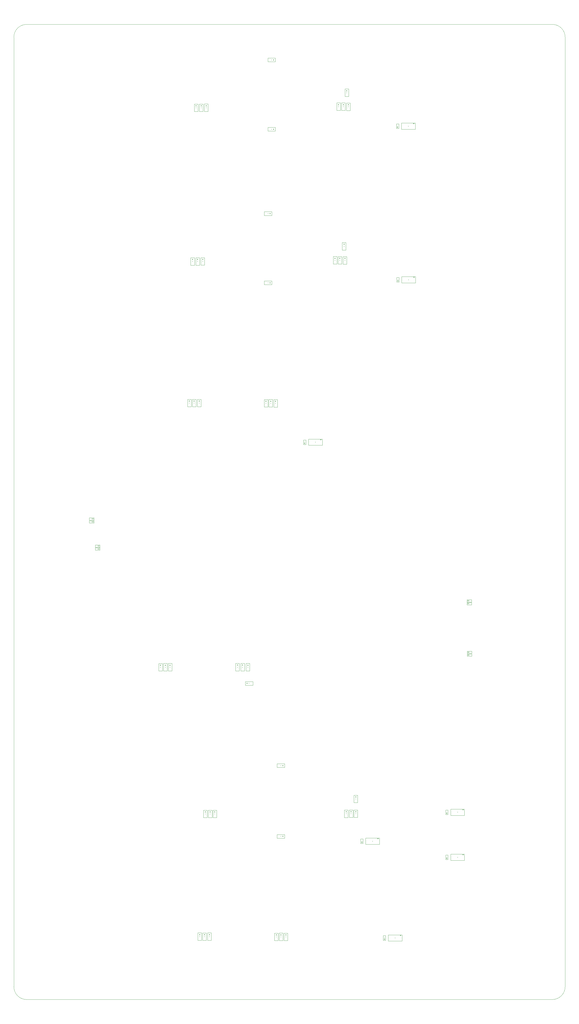
<source format=gbr>
%TF.GenerationSoftware,KiCad,Pcbnew,9.0.3*%
%TF.CreationDate,2025-09-16T14:09:08-04:00*%
%TF.ProjectId,11_CPU_PDU,31315f43-5055-45f5-9044-552e6b696361,rev?*%
%TF.SameCoordinates,Original*%
%TF.FileFunction,Component,L10,Bot*%
%TF.FilePolarity,Positive*%
%FSLAX46Y46*%
G04 Gerber Fmt 4.6, Leading zero omitted, Abs format (unit mm)*
G04 Created by KiCad (PCBNEW 9.0.3) date 2025-09-16 14:09:08*
%MOMM*%
%LPD*%
G01*
G04 APERTURE LIST*
%TA.AperFunction,ComponentMain*%
%ADD10C,0.300000*%
%TD*%
%TA.AperFunction,ComponentOutline,Courtyard*%
%ADD11C,0.100000*%
%TD*%
%TA.AperFunction,ComponentPin*%
%ADD12P,0.360000X4X0.000000*%
%TD*%
%TA.AperFunction,ComponentPin*%
%ADD13C,0.100000*%
%TD*%
%TA.AperFunction,ComponentOutline,Footprint*%
%ADD14C,0.100000*%
%TD*%
%TA.AperFunction,Profile*%
%ADD15C,0.050000*%
%TD*%
G04 APERTURE END LIST*
D10*
%TO.C,C50*%
%TO.CFtp,C_0603_1608Metric*%
%TO.CVal,0.1uF*%
%TO.CLbN,Capacitor_SMD*%
%TO.CMnt,SMD*%
%TO.CRot,90*%
X285165001Y-167634999D03*
D11*
X285890001Y-166159999D02*
X285890001Y-169109999D01*
X284440001Y-169109999D01*
X284440001Y-166159999D01*
X285890001Y-166159999D01*
D12*
%TO.P,C50,1*%
X285165001Y-166859999D03*
D13*
%TO.P,C50,2*%
X285165001Y-168409999D03*
%TD*%
D10*
%TO.C,U17*%
%TO.CFtp,INA28x_VSSOP*%
%TO.CVal,INA28x*%
%TO.CLbN,Texas_Instruments*%
%TO.CMnt,SMD*%
%TO.CRot,0*%
X333717501Y-376005000D03*
D14*
X336417501Y-374805001D02*
X336417501Y-377205002D01*
X331017501Y-377205002D01*
X331017501Y-374805001D01*
X336417501Y-374805001D01*
D12*
%TO.P,U17,1,-IN*%
X335842501Y-375030001D03*
D13*
%TO.P,U17,2,GND*%
X335842501Y-375680002D03*
%TO.P,U17,3,REF2*%
X335842501Y-376330001D03*
%TO.P,U17,4,4*%
X335842501Y-376980002D03*
%TO.P,U17,5,OUT*%
X331592501Y-376980002D03*
%TO.P,U17,6,V+*%
X331592501Y-376330001D03*
%TO.P,U17,7,REF1*%
X331592501Y-375680002D03*
%TO.P,U17,8,+IN*%
X331592501Y-375030001D03*
%TD*%
D10*
%TO.C,C129*%
%TO.CFtp,C_0402_1005Metric*%
%TO.CVal,0.1uF*%
%TO.CLbN,Capacitor_SMD*%
%TO.CMnt,SMD*%
%TO.CRot,-90*%
X329527501Y-376015000D03*
D11*
X329982501Y-375110000D02*
X329982501Y-376920000D01*
X329072501Y-376920000D01*
X329072501Y-375110000D01*
X329982501Y-375110000D01*
D12*
%TO.P,C129,1*%
X329527501Y-376495000D03*
D13*
%TO.P,C129,2*%
X329527501Y-375535000D03*
%TD*%
D10*
%TO.C,R112*%
%TO.CFtp,R_0603_1608Metric*%
%TO.CVal,120*%
%TO.CLbN,Resistor_SMD*%
%TO.CMnt,SMD*%
%TO.CRot,180*%
X276735001Y-276799999D03*
D11*
X278210001Y-276074999D02*
X278210001Y-277524999D01*
X275260001Y-277524999D01*
X275260001Y-276074999D01*
X278210001Y-276074999D01*
D12*
%TO.P,R112,1*%
X275910001Y-276799999D03*
D13*
%TO.P,R112,2*%
X277560001Y-276799999D03*
%TD*%
D10*
%TO.C,C9*%
%TO.CFtp,C_0603_1608Metric*%
%TO.CVal,0.1uF*%
%TO.CLbN,Capacitor_SMD*%
%TO.CMnt,SMD*%
%TO.CRot,90*%
X258055001Y-52495000D03*
D11*
X258780001Y-51020000D02*
X258780001Y-53970000D01*
X257330001Y-53970000D01*
X257330001Y-51020000D01*
X258780001Y-51020000D01*
D12*
%TO.P,C9,1*%
X258055001Y-51720000D03*
D13*
%TO.P,C9,2*%
X258055001Y-53270000D03*
%TD*%
D10*
%TO.C,C20*%
%TO.CFtp,C_0603_1608Metric*%
%TO.CVal,0.01uF*%
%TO.CLbN,Capacitor_SMD*%
%TO.CMnt,SMD*%
%TO.CRot,90*%
X310255001Y-111925000D03*
D11*
X310980001Y-110450000D02*
X310980001Y-113400000D01*
X309530001Y-113400000D01*
X309530001Y-110450000D01*
X310980001Y-110450000D01*
D12*
%TO.P,C20,1*%
X310255001Y-111150000D03*
D13*
%TO.P,C20,2*%
X310255001Y-112700000D03*
%TD*%
D10*
%TO.C,C126*%
%TO.CFtp,C_0402_1005Metric*%
%TO.CVal,0.1uF*%
%TO.CLbN,Capacitor_SMD*%
%TO.CMnt,SMD*%
%TO.CRot,-90*%
X353845001Y-327035000D03*
D11*
X354300001Y-326130000D02*
X354300001Y-327940000D01*
X353390001Y-327940000D01*
X353390001Y-326130000D01*
X354300001Y-326130000D01*
D12*
%TO.P,C126,1*%
X353845001Y-327515000D03*
D13*
%TO.P,C126,2*%
X353845001Y-326555000D03*
%TD*%
D10*
%TO.C,C84*%
%TO.CFtp,C_0402_1005Metric*%
%TO.CVal,1uF*%
%TO.CLbN,Capacitor_SMD*%
%TO.CMnt,SMD*%
%TO.CRot,180*%
X362595850Y-245729999D03*
D11*
X363500850Y-245274999D02*
X363500850Y-246184999D01*
X361690850Y-246184999D01*
X361690850Y-245274999D01*
X363500850Y-245274999D01*
D12*
%TO.P,C84,1*%
X362115850Y-245729999D03*
D13*
%TO.P,C84,2*%
X363075850Y-245729999D03*
%TD*%
D10*
%TO.C,C110*%
%TO.CFtp,C_0402_1005Metric*%
%TO.CVal,0.1uF*%
%TO.CLbN,Capacitor_SMD*%
%TO.CMnt,SMD*%
%TO.CRot,0*%
X215343200Y-213875000D03*
D11*
X216248200Y-213420000D02*
X216248200Y-214330000D01*
X214438200Y-214330000D01*
X214438200Y-213420000D01*
X216248200Y-213420000D01*
D12*
%TO.P,C110,1*%
X215823200Y-213875000D03*
D13*
%TO.P,C110,2*%
X214863200Y-213875000D03*
%TD*%
D10*
%TO.C,C32*%
%TO.CFtp,C_0603_1608Metric*%
%TO.CVal,0.1uF*%
%TO.CLbN,Capacitor_SMD*%
%TO.CMnt,SMD*%
%TO.CRot,90*%
X316535001Y-327584999D03*
D11*
X317260001Y-326109999D02*
X317260001Y-329059999D01*
X315810001Y-329059999D01*
X315810001Y-326109999D01*
X317260001Y-326109999D01*
D12*
%TO.P,C32,1*%
X316535001Y-326809999D03*
D13*
%TO.P,C32,2*%
X316535001Y-328359999D03*
%TD*%
D10*
%TO.C,C123*%
%TO.CFtp,C_0402_1005Metric*%
%TO.CVal,0.1uF*%
%TO.CLbN,Capacitor_SMD*%
%TO.CMnt,SMD*%
%TO.CRot,-90*%
X334645001Y-59665000D03*
D11*
X335100001Y-58760000D02*
X335100001Y-60570000D01*
X334190001Y-60570000D01*
X334190001Y-58760000D01*
X335100001Y-58760000D01*
D12*
%TO.P,C123,1*%
X334645001Y-60145000D03*
D13*
%TO.P,C123,2*%
X334645001Y-59185000D03*
%TD*%
D10*
%TO.C,C95*%
%TO.CFtp,C_0402_1005Metric*%
%TO.CVal,0.1uF*%
%TO.CLbN,Capacitor_SMD*%
%TO.CMnt,SMD*%
%TO.CRot,180*%
X362670000Y-264679999D03*
D11*
X363575000Y-264224999D02*
X363575000Y-265134999D01*
X361765000Y-265134999D01*
X361765000Y-264224999D01*
X363575000Y-264224999D01*
D12*
%TO.P,C95,1*%
X362190000Y-264679999D03*
D13*
%TO.P,C95,2*%
X363150000Y-264679999D03*
%TD*%
D10*
%TO.C,C59*%
%TO.CFtp,C_0603_1608Metric*%
%TO.CVal,1uF*%
%TO.CLbN,Capacitor_SMD*%
%TO.CMnt,SMD*%
%TO.CRot,90*%
X291085001Y-375590000D03*
D11*
X291810001Y-374115000D02*
X291810001Y-377065000D01*
X290360001Y-377065000D01*
X290360001Y-374115000D01*
X291810001Y-374115000D01*
D12*
%TO.P,C59,1*%
X291085001Y-374815000D03*
D13*
%TO.P,C59,2*%
X291085001Y-376365000D03*
%TD*%
D10*
%TO.C,C6*%
%TO.CFtp,C_0603_1608Metric*%
%TO.CVal,0.1uF*%
%TO.CLbN,Capacitor_SMD*%
%TO.CMnt,SMD*%
%TO.CRot,90*%
X313505001Y-52065000D03*
D11*
X314230001Y-50590000D02*
X314230001Y-53540000D01*
X312780001Y-53540000D01*
X312780001Y-50590000D01*
X314230001Y-50590000D01*
D12*
%TO.P,C6,1*%
X313505001Y-51290000D03*
D13*
%TO.P,C6,2*%
X313505001Y-52840000D03*
%TD*%
D10*
%TO.C,U16*%
%TO.CFtp,INA28x_VSSOP*%
%TO.CVal,INA28x*%
%TO.CLbN,Texas_Instruments*%
%TO.CMnt,SMD*%
%TO.CRot,0*%
X302600000Y-182820000D03*
D14*
X305300000Y-181620001D02*
X305300000Y-184020002D01*
X299900000Y-184020002D01*
X299900000Y-181620001D01*
X305300000Y-181620001D01*
D12*
%TO.P,U16,1,-IN*%
X304725000Y-181845001D03*
D13*
%TO.P,U16,2,GND*%
X304725000Y-182495002D03*
%TO.P,U16,3,REF2*%
X304725000Y-183145001D03*
%TO.P,U16,4,4*%
X304725000Y-183795002D03*
%TO.P,U16,5,OUT*%
X300475000Y-183795002D03*
%TO.P,U16,6,V+*%
X300475000Y-183145001D03*
%TO.P,U16,7,REF1*%
X300475000Y-182495002D03*
%TO.P,U16,8,+IN*%
X300475000Y-181845001D03*
%TD*%
D10*
%TO.C,C10*%
%TO.CFtp,C_0603_1608Metric*%
%TO.CVal,1uF*%
%TO.CLbN,Capacitor_SMD*%
%TO.CMnt,SMD*%
%TO.CRot,90*%
X256065001Y-52495000D03*
D11*
X256790001Y-51020000D02*
X256790001Y-53970000D01*
X255340001Y-53970000D01*
X255340001Y-51020000D01*
X256790001Y-51020000D01*
D12*
%TO.P,C10,1*%
X256065001Y-51720000D03*
D13*
%TO.P,C10,2*%
X256065001Y-53270000D03*
%TD*%
D10*
%TO.C,C125*%
%TO.CFtp,C_0402_1005Metric*%
%TO.CVal,0.1uF*%
%TO.CLbN,Capacitor_SMD*%
%TO.CMnt,SMD*%
%TO.CRot,-90*%
X320705001Y-338305000D03*
D11*
X321160001Y-337400000D02*
X321160001Y-339210000D01*
X320250001Y-339210000D01*
X320250001Y-337400000D01*
X321160001Y-337400000D01*
D12*
%TO.P,C125,1*%
X320705001Y-338785000D03*
D13*
%TO.P,C125,2*%
X320705001Y-337825000D03*
%TD*%
D10*
%TO.C,C54*%
%TO.CFtp,C_0603_1608Metric*%
%TO.CVal,0.01uF*%
%TO.CLbN,Capacitor_SMD*%
%TO.CMnt,SMD*%
%TO.CRot,90*%
X257282501Y-167555000D03*
D11*
X258007501Y-166080000D02*
X258007501Y-169030000D01*
X256557501Y-169030000D01*
X256557501Y-166080000D01*
X258007501Y-166080000D01*
D12*
%TO.P,C54,1*%
X257282501Y-166780000D03*
D13*
%TO.P,C54,2*%
X257282501Y-168330000D03*
%TD*%
D10*
%TO.C,C19*%
%TO.CFtp,C_0603_1608Metric*%
%TO.CVal,0.1uF*%
%TO.CLbN,Capacitor_SMD*%
%TO.CMnt,SMD*%
%TO.CRot,90*%
X312135001Y-111935000D03*
D11*
X312860001Y-110460000D02*
X312860001Y-113410000D01*
X311410001Y-113410000D01*
X311410001Y-110460000D01*
X312860001Y-110460000D01*
D12*
%TO.P,C19,1*%
X312135001Y-111160000D03*
D13*
%TO.P,C19,2*%
X312135001Y-112710000D03*
%TD*%
D10*
%TO.C,C116*%
%TO.CFtp,C_0603_1608Metric*%
%TO.CVal,1uF*%
%TO.CLbN,Capacitor_SMD*%
%TO.CMnt,SMD*%
%TO.CRot,90*%
X274205001Y-270479999D03*
D11*
X274930001Y-269004999D02*
X274930001Y-271954999D01*
X273480001Y-271954999D01*
X273480001Y-269004999D01*
X274930001Y-269004999D01*
D12*
%TO.P,C116,1*%
X274205001Y-269704999D03*
D13*
%TO.P,C116,2*%
X274205001Y-271254999D03*
%TD*%
D10*
%TO.C,C49*%
%TO.CFtp,C_0603_1608Metric*%
%TO.CVal,1uF*%
%TO.CLbN,Capacitor_SMD*%
%TO.CMnt,SMD*%
%TO.CRot,90*%
X287075001Y-167654999D03*
D11*
X287800001Y-166179999D02*
X287800001Y-169129999D01*
X286350001Y-169129999D01*
X286350001Y-166179999D01*
X287800001Y-166179999D01*
D12*
%TO.P,C49,1*%
X287075001Y-166879999D03*
D13*
%TO.P,C49,2*%
X287075001Y-168429999D03*
%TD*%
D10*
%TO.C,C119*%
%TO.CFtp,C_0603_1608Metric*%
%TO.CVal,1uF*%
%TO.CLbN,Capacitor_SMD*%
%TO.CMnt,SMD*%
%TO.CRot,90*%
X242205001Y-270519999D03*
D11*
X242930001Y-269044999D02*
X242930001Y-271994999D01*
X241480001Y-271994999D01*
X241480001Y-269044999D01*
X242930001Y-269044999D01*
D12*
%TO.P,C119,1*%
X242205001Y-269744999D03*
D13*
%TO.P,C119,2*%
X242205001Y-271294999D03*
%TD*%
D10*
%TO.C,U14*%
%TO.CFtp,INA28x_VSSOP*%
%TO.CVal,INA28x*%
%TO.CLbN,Texas_Instruments*%
%TO.CMnt,SMD*%
%TO.CRot,0*%
X358035001Y-327025000D03*
D14*
X360735001Y-325825001D02*
X360735001Y-328225002D01*
X355335001Y-328225002D01*
X355335001Y-325825001D01*
X360735001Y-325825001D01*
D12*
%TO.P,U14,1,-IN*%
X360160001Y-326050001D03*
D13*
%TO.P,U14,2,GND*%
X360160001Y-326700002D03*
%TO.P,U14,3,REF2*%
X360160001Y-327350001D03*
%TO.P,U14,4,4*%
X360160001Y-328000002D03*
%TO.P,U14,5,OUT*%
X355910001Y-328000002D03*
%TO.P,U14,6,V+*%
X355910001Y-327350001D03*
%TO.P,U14,7,REF1*%
X355910001Y-326700002D03*
%TO.P,U14,8,+IN*%
X355910001Y-326050001D03*
%TD*%
D10*
%TO.C,C34*%
%TO.CFtp,C_0603_1608Metric*%
%TO.CVal,0.01uF*%
%TO.CLbN,Capacitor_SMD*%
%TO.CMnt,SMD*%
%TO.CRot,90*%
X263365001Y-327664999D03*
D11*
X264090001Y-326189999D02*
X264090001Y-329139999D01*
X262640001Y-329139999D01*
X262640001Y-326189999D01*
X264090001Y-326189999D01*
D12*
%TO.P,C34,1*%
X263365001Y-326889999D03*
D13*
%TO.P,C34,2*%
X263365001Y-328439999D03*
%TD*%
D10*
%TO.C,C124*%
%TO.CFtp,C_0402_1005Metric*%
%TO.CVal,0.1uF*%
%TO.CLbN,Capacitor_SMD*%
%TO.CMnt,SMD*%
%TO.CRot,-90*%
X334755001Y-119525000D03*
D11*
X335210001Y-118620000D02*
X335210001Y-120430000D01*
X334300001Y-120430000D01*
X334300001Y-118620000D01*
X335210001Y-118620000D01*
D12*
%TO.P,C124,1*%
X334755001Y-120005000D03*
D13*
%TO.P,C124,2*%
X334755001Y-119045000D03*
%TD*%
D10*
%TO.C,U13*%
%TO.CFtp,INA28x_VSSOP*%
%TO.CVal,INA28x*%
%TO.CLbN,Texas_Instruments*%
%TO.CMnt,SMD*%
%TO.CRot,0*%
X324895001Y-338295000D03*
D14*
X327595001Y-337095001D02*
X327595001Y-339495002D01*
X322195001Y-339495002D01*
X322195001Y-337095001D01*
X327595001Y-337095001D01*
D12*
%TO.P,U13,1,-IN*%
X327020001Y-337320001D03*
D13*
%TO.P,U13,2,GND*%
X327020001Y-337970002D03*
%TO.P,U13,3,REF2*%
X327020001Y-338620001D03*
%TO.P,U13,4,4*%
X327020001Y-339270002D03*
%TO.P,U13,5,OUT*%
X322770001Y-339270002D03*
%TO.P,U13,6,V+*%
X322770001Y-338620001D03*
%TO.P,U13,7,REF1*%
X322770001Y-337970002D03*
%TO.P,U13,8,+IN*%
X322770001Y-337320001D03*
%TD*%
D10*
%TO.C,C7*%
%TO.CFtp,C_0603_1608Metric*%
%TO.CVal,0.01uF*%
%TO.CLbN,Capacitor_SMD*%
%TO.CMnt,SMD*%
%TO.CRot,90*%
X311625001Y-52055000D03*
D11*
X312350001Y-50580000D02*
X312350001Y-53530000D01*
X310900001Y-53530000D01*
X310900001Y-50580000D01*
X312350001Y-50580000D01*
D12*
%TO.P,C7,1*%
X311625001Y-51280000D03*
D13*
%TO.P,C7,2*%
X311625001Y-52830000D03*
%TD*%
D10*
%TO.C,C121*%
%TO.CFtp,C_0402_1005Metric*%
%TO.CVal,1uF*%
%TO.CLbN,Capacitor_SMD*%
%TO.CMnt,SMD*%
%TO.CRot,0*%
X217643200Y-224415000D03*
D11*
X218548200Y-223960000D02*
X218548200Y-224870000D01*
X216738200Y-224870000D01*
X216738200Y-223960000D01*
X218548200Y-223960000D01*
D12*
%TO.P,C121,1*%
X218123200Y-224415000D03*
D13*
%TO.P,C121,2*%
X217163200Y-224415000D03*
%TD*%
D10*
%TO.C,U11*%
%TO.CFtp,INA28x_VSSOP*%
%TO.CVal,INA28x*%
%TO.CLbN,Texas_Instruments*%
%TO.CMnt,SMD*%
%TO.CRot,0*%
X338835001Y-59655000D03*
D14*
X341535001Y-58455001D02*
X341535001Y-60855002D01*
X336135001Y-60855002D01*
X336135001Y-58455001D01*
X341535001Y-58455001D01*
D12*
%TO.P,U11,1,-IN*%
X340960001Y-58680001D03*
D13*
%TO.P,U11,2,GND*%
X340960001Y-59330002D03*
%TO.P,U11,3,REF2*%
X340960001Y-59980001D03*
%TO.P,U11,4,4*%
X340960001Y-60630002D03*
%TO.P,U11,5,OUT*%
X336710001Y-60630002D03*
%TO.P,U11,6,V+*%
X336710001Y-59980001D03*
%TO.P,U11,7,REF1*%
X336710001Y-59330002D03*
%TO.P,U11,8,+IN*%
X336710001Y-58680001D03*
%TD*%
D10*
%TO.C,U12*%
%TO.CFtp,INA28x_VSSOP*%
%TO.CVal,INA28x*%
%TO.CLbN,Texas_Instruments*%
%TO.CMnt,SMD*%
%TO.CRot,0*%
X338945001Y-119515000D03*
D14*
X341645001Y-118315001D02*
X341645001Y-120715002D01*
X336245001Y-120715002D01*
X336245001Y-118315001D01*
X341645001Y-118315001D01*
D12*
%TO.P,U12,1,-IN*%
X341070001Y-118540001D03*
D13*
%TO.P,U12,2,GND*%
X341070001Y-119190002D03*
%TO.P,U12,3,REF2*%
X341070001Y-119840001D03*
%TO.P,U12,4,4*%
X341070001Y-120490002D03*
%TO.P,U12,5,OUT*%
X336820001Y-120490002D03*
%TO.P,U12,6,V+*%
X336820001Y-119840001D03*
%TO.P,U12,7,REF1*%
X336820001Y-119190002D03*
%TO.P,U12,8,+IN*%
X336820001Y-118540001D03*
%TD*%
D10*
%TO.C,C26*%
%TO.CFtp,C_0603_1608Metric*%
%TO.CVal,0.1uF*%
%TO.CLbN,Capacitor_SMD*%
%TO.CMnt,SMD*%
%TO.CRot,90*%
X313785001Y-106475000D03*
D11*
X314510001Y-105000000D02*
X314510001Y-107950000D01*
X313060001Y-107950000D01*
X313060001Y-105000000D01*
X314510001Y-105000000D01*
D12*
%TO.P,C26,1*%
X313785001Y-105700000D03*
D13*
%TO.P,C26,2*%
X313785001Y-107250000D03*
%TD*%
D10*
%TO.C,C35*%
%TO.CFtp,C_0603_1608Metric*%
%TO.CVal,0.1uF*%
%TO.CLbN,Capacitor_SMD*%
%TO.CMnt,SMD*%
%TO.CRot,90*%
X261555001Y-327664999D03*
D11*
X262280001Y-326189999D02*
X262280001Y-329139999D01*
X260830001Y-329139999D01*
X260830001Y-326189999D01*
X262280001Y-326189999D01*
D12*
%TO.P,C35,1*%
X261555001Y-326889999D03*
D13*
%TO.P,C35,2*%
X261555001Y-328439999D03*
%TD*%
D10*
%TO.C,C53*%
%TO.CFtp,C_0603_1608Metric*%
%TO.CVal,0.1uF*%
%TO.CLbN,Capacitor_SMD*%
%TO.CMnt,SMD*%
%TO.CRot,90*%
X255305001Y-167565000D03*
D11*
X256030001Y-166090000D02*
X256030001Y-169040000D01*
X254580001Y-169040000D01*
X254580001Y-166090000D01*
X256030001Y-166090000D01*
D12*
%TO.P,C53,1*%
X255305001Y-166790000D03*
D13*
%TO.P,C53,2*%
X255305001Y-168340000D03*
%TD*%
D10*
%TO.C,U15*%
%TO.CFtp,INA28x_VSSOP*%
%TO.CVal,INA28x*%
%TO.CLbN,Texas_Instruments*%
%TO.CMnt,SMD*%
%TO.CRot,0*%
X358037501Y-344565000D03*
D14*
X360737501Y-343365001D02*
X360737501Y-345765002D01*
X355337501Y-345765002D01*
X355337501Y-343365001D01*
X360737501Y-343365001D01*
D12*
%TO.P,U15,1,-IN*%
X360162501Y-343590001D03*
D13*
%TO.P,U15,2,GND*%
X360162501Y-344240002D03*
%TO.P,U15,3,REF2*%
X360162501Y-344890001D03*
%TO.P,U15,4,4*%
X360162501Y-345540002D03*
%TO.P,U15,5,OUT*%
X355912501Y-345540002D03*
%TO.P,U15,6,V+*%
X355912501Y-344890001D03*
%TO.P,U15,7,REF1*%
X355912501Y-344240002D03*
%TO.P,U15,8,+IN*%
X355912501Y-343590001D03*
%TD*%
D10*
%TO.C,C60*%
%TO.CFtp,C_0603_1608Metric*%
%TO.CVal,0.1uF*%
%TO.CLbN,Capacitor_SMD*%
%TO.CMnt,SMD*%
%TO.CRot,90*%
X289175001Y-375570000D03*
D11*
X289900001Y-374095000D02*
X289900001Y-377045000D01*
X288450001Y-377045000D01*
X288450001Y-374095000D01*
X289900001Y-374095000D01*
D12*
%TO.P,C60,1*%
X289175001Y-374795000D03*
D13*
%TO.P,C60,2*%
X289175001Y-376345000D03*
%TD*%
D10*
%TO.C,C64*%
%TO.CFtp,C_0603_1608Metric*%
%TO.CVal,0.01uF*%
%TO.CLbN,Capacitor_SMD*%
%TO.CMnt,SMD*%
%TO.CRot,90*%
X261292501Y-375490000D03*
D11*
X262017501Y-374015000D02*
X262017501Y-376965000D01*
X260567501Y-376965000D01*
X260567501Y-374015000D01*
X262017501Y-374015000D01*
D12*
%TO.P,C64,1*%
X261292501Y-374715000D03*
D13*
%TO.P,C64,2*%
X261292501Y-376265000D03*
%TD*%
D10*
%TO.C,C23*%
%TO.CFtp,C_0603_1608Metric*%
%TO.CVal,1uF*%
%TO.CLbN,Capacitor_SMD*%
%TO.CMnt,SMD*%
%TO.CRot,90*%
X254695001Y-112365000D03*
D11*
X255420001Y-110890000D02*
X255420001Y-113840000D01*
X253970001Y-113840000D01*
X253970001Y-110890000D01*
X255420001Y-110890000D01*
D12*
%TO.P,C23,1*%
X254695001Y-111590000D03*
D13*
%TO.P,C23,2*%
X254695001Y-113140000D03*
%TD*%
D10*
%TO.C,C109*%
%TO.CFtp,C_0402_1005Metric*%
%TO.CVal,1uF*%
%TO.CLbN,Capacitor_SMD*%
%TO.CMnt,SMD*%
%TO.CRot,0*%
X215323200Y-212705000D03*
D11*
X216228200Y-212250000D02*
X216228200Y-213160000D01*
X214418200Y-213160000D01*
X214418200Y-212250000D01*
X216228200Y-212250000D01*
D12*
%TO.P,C109,1*%
X215803200Y-212705000D03*
D13*
%TO.P,C109,2*%
X214843200Y-212705000D03*
%TD*%
D10*
%TO.C,C128*%
%TO.CFtp,C_0402_1005Metric*%
%TO.CVal,0.1uF*%
%TO.CLbN,Capacitor_SMD*%
%TO.CMnt,SMD*%
%TO.CRot,-90*%
X298410000Y-182830000D03*
D11*
X298865000Y-181925000D02*
X298865000Y-183735000D01*
X297955000Y-183735000D01*
X297955000Y-181925000D01*
X298865000Y-181925000D01*
D12*
%TO.P,C128,1*%
X298410000Y-183310000D03*
D13*
%TO.P,C128,2*%
X298410000Y-182350000D03*
%TD*%
D10*
%TO.C,C14*%
%TO.CFtp,C_0603_1608Metric*%
%TO.CVal,2200pF*%
%TO.CLbN,Capacitor_SMD*%
%TO.CMnt,SMD*%
%TO.CRot,0*%
X284145001Y-120715000D03*
D11*
X285620001Y-119990000D02*
X285620001Y-121440000D01*
X282670001Y-121440000D01*
X282670001Y-119990000D01*
X285620001Y-119990000D01*
D12*
%TO.P,C14,1*%
X284920001Y-120715000D03*
D13*
%TO.P,C14,2*%
X283370001Y-120715000D03*
%TD*%
D10*
%TO.C,C8*%
%TO.CFtp,C_0603_1608Metric*%
%TO.CVal,0.01uF*%
%TO.CLbN,Capacitor_SMD*%
%TO.CMnt,SMD*%
%TO.CRot,90*%
X260005001Y-52485000D03*
D11*
X260730001Y-51010000D02*
X260730001Y-53960000D01*
X259280001Y-53960000D01*
X259280001Y-51010000D01*
X260730001Y-51010000D01*
D12*
%TO.P,C8,1*%
X260005001Y-51710000D03*
D13*
%TO.P,C8,2*%
X260005001Y-53260000D03*
%TD*%
D10*
%TO.C,C25*%
%TO.CFtp,C_0603_1608Metric*%
%TO.CVal,2200pF*%
%TO.CLbN,Capacitor_SMD*%
%TO.CMnt,SMD*%
%TO.CRot,0*%
X284145001Y-93735000D03*
D11*
X285620001Y-93010000D02*
X285620001Y-94460000D01*
X282670001Y-94460000D01*
X282670001Y-93010000D01*
X285620001Y-93010000D01*
D12*
%TO.P,C25,1*%
X284920001Y-93735000D03*
D13*
%TO.P,C25,2*%
X283370001Y-93735000D03*
%TD*%
D10*
%TO.C,C18*%
%TO.CFtp,C_0603_1608Metric*%
%TO.CVal,1uF*%
%TO.CLbN,Capacitor_SMD*%
%TO.CMnt,SMD*%
%TO.CRot,90*%
X314105001Y-111955000D03*
D11*
X314830001Y-110480000D02*
X314830001Y-113430000D01*
X313380001Y-113430000D01*
X313380001Y-110480000D01*
X314830001Y-110480000D01*
D12*
%TO.P,C18,1*%
X314105001Y-111180000D03*
D13*
%TO.P,C18,2*%
X314105001Y-112730000D03*
%TD*%
D10*
%TO.C,C94*%
%TO.CFtp,C_0402_1005Metric*%
%TO.CVal,1uF*%
%TO.CLbN,Capacitor_SMD*%
%TO.CMnt,SMD*%
%TO.CRot,180*%
X362670000Y-265779999D03*
D11*
X363575000Y-265324999D02*
X363575000Y-266234999D01*
X361765000Y-266234999D01*
X361765000Y-265324999D01*
X363575000Y-265324999D01*
D12*
%TO.P,C94,1*%
X362190000Y-265779999D03*
D13*
%TO.P,C94,2*%
X363150000Y-265779999D03*
%TD*%
D10*
%TO.C,C39*%
%TO.CFtp,C_0603_1608Metric*%
%TO.CVal,0.1uF*%
%TO.CLbN,Capacitor_SMD*%
%TO.CMnt,SMD*%
%TO.CRot,90*%
X318335001Y-321824999D03*
D11*
X319060001Y-320349999D02*
X319060001Y-323299999D01*
X317610001Y-323299999D01*
X317610001Y-320349999D01*
X319060001Y-320349999D01*
D12*
%TO.P,C39,1*%
X318335001Y-321049999D03*
D13*
%TO.P,C39,2*%
X318335001Y-322599999D03*
%TD*%
D10*
%TO.C,C117*%
%TO.CFtp,C_0603_1608Metric*%
%TO.CVal,0.01uF*%
%TO.CLbN,Capacitor_SMD*%
%TO.CMnt,SMD*%
%TO.CRot,90*%
X245915001Y-270499999D03*
D11*
X246640001Y-269024999D02*
X246640001Y-271974999D01*
X245190001Y-271974999D01*
X245190001Y-269024999D01*
X246640001Y-269024999D01*
D12*
%TO.P,C117,1*%
X245915001Y-269724999D03*
D13*
%TO.P,C117,2*%
X245915001Y-271274999D03*
%TD*%
D10*
%TO.C,C85*%
%TO.CFtp,C_0402_1005Metric*%
%TO.CVal,0.1uF*%
%TO.CLbN,Capacitor_SMD*%
%TO.CMnt,SMD*%
%TO.CRot,180*%
X362595850Y-244629999D03*
D11*
X363500850Y-244174999D02*
X363500850Y-245084999D01*
X361690850Y-245084999D01*
X361690850Y-244174999D01*
X363500850Y-244174999D01*
D12*
%TO.P,C85,1*%
X362115850Y-244629999D03*
D13*
%TO.P,C85,2*%
X363075850Y-244629999D03*
%TD*%
D10*
%TO.C,C38*%
%TO.CFtp,C_0603_1608Metric*%
%TO.CVal,2200pF*%
%TO.CLbN,Capacitor_SMD*%
%TO.CMnt,SMD*%
%TO.CRot,0*%
X289115001Y-308844999D03*
D11*
X290590001Y-308119999D02*
X290590001Y-309569999D01*
X287640001Y-309569999D01*
X287640001Y-308119999D01*
X290590001Y-308119999D01*
D12*
%TO.P,C38,1*%
X289890001Y-308844999D03*
D13*
%TO.P,C38,2*%
X288340001Y-308844999D03*
%TD*%
D10*
%TO.C,C5*%
%TO.CFtp,C_0603_1608Metric*%
%TO.CVal,1uF*%
%TO.CLbN,Capacitor_SMD*%
%TO.CMnt,SMD*%
%TO.CRot,90*%
X315475001Y-52085000D03*
D11*
X316200001Y-50610000D02*
X316200001Y-53560000D01*
X314750001Y-53560000D01*
X314750001Y-50610000D01*
X316200001Y-50610000D01*
D12*
%TO.P,C5,1*%
X315475001Y-51310000D03*
D13*
%TO.P,C5,2*%
X315475001Y-52860000D03*
%TD*%
D10*
%TO.C,C62*%
%TO.CFtp,C_0603_1608Metric*%
%TO.CVal,1uF*%
%TO.CLbN,Capacitor_SMD*%
%TO.CMnt,SMD*%
%TO.CRot,90*%
X257465001Y-375490000D03*
D11*
X258190001Y-374015000D02*
X258190001Y-376965000D01*
X256740001Y-376965000D01*
X256740001Y-374015000D01*
X258190001Y-374015000D01*
D12*
%TO.P,C62,1*%
X257465001Y-374715000D03*
D13*
%TO.P,C62,2*%
X257465001Y-376265000D03*
%TD*%
D10*
%TO.C,C118*%
%TO.CFtp,C_0603_1608Metric*%
%TO.CVal,0.1uF*%
%TO.CLbN,Capacitor_SMD*%
%TO.CMnt,SMD*%
%TO.CRot,90*%
X244095001Y-270499999D03*
D11*
X244820001Y-269024999D02*
X244820001Y-271974999D01*
X243370001Y-271974999D01*
X243370001Y-269024999D01*
X244820001Y-269024999D01*
D12*
%TO.P,C118,1*%
X244095001Y-269724999D03*
D13*
%TO.P,C118,2*%
X244095001Y-271274999D03*
%TD*%
D10*
%TO.C,C51*%
%TO.CFtp,C_0603_1608Metric*%
%TO.CVal,0.01uF*%
%TO.CLbN,Capacitor_SMD*%
%TO.CMnt,SMD*%
%TO.CRot,90*%
X283355001Y-167644999D03*
D11*
X284080001Y-166169999D02*
X284080001Y-169119999D01*
X282630001Y-169119999D01*
X282630001Y-166169999D01*
X284080001Y-166169999D01*
D12*
%TO.P,C51,1*%
X283355001Y-166869999D03*
D13*
%TO.P,C51,2*%
X283355001Y-168419999D03*
%TD*%
D10*
%TO.C,C122*%
%TO.CFtp,C_0402_1005Metric*%
%TO.CVal,0.1uF*%
%TO.CLbN,Capacitor_SMD*%
%TO.CMnt,SMD*%
%TO.CRot,0*%
X217633200Y-223295000D03*
D11*
X218538200Y-222840000D02*
X218538200Y-223750000D01*
X216728200Y-223750000D01*
X216728200Y-222840000D01*
X218538200Y-222840000D01*
D12*
%TO.P,C122,1*%
X218113200Y-223295000D03*
D13*
%TO.P,C122,2*%
X217153200Y-223295000D03*
%TD*%
D10*
%TO.C,C12*%
%TO.CFtp,C_0603_1608Metric*%
%TO.CVal,2200pF*%
%TO.CLbN,Capacitor_SMD*%
%TO.CMnt,SMD*%
%TO.CRot,0*%
X285515001Y-33865000D03*
D11*
X286990001Y-33140000D02*
X286990001Y-34590000D01*
X284040001Y-34590000D01*
X284040001Y-33140000D01*
X286990001Y-33140000D01*
D12*
%TO.P,C12,1*%
X286290001Y-33865000D03*
D13*
%TO.P,C12,2*%
X284740001Y-33865000D03*
%TD*%
D10*
%TO.C,C22*%
%TO.CFtp,C_0603_1608Metric*%
%TO.CVal,0.1uF*%
%TO.CLbN,Capacitor_SMD*%
%TO.CMnt,SMD*%
%TO.CRot,90*%
X256685001Y-112365000D03*
D11*
X257410001Y-110890000D02*
X257410001Y-113840000D01*
X255960001Y-113840000D01*
X255960001Y-110890000D01*
X257410001Y-110890000D01*
D12*
%TO.P,C22,1*%
X256685001Y-111590000D03*
D13*
%TO.P,C22,2*%
X256685001Y-113140000D03*
%TD*%
D10*
%TO.C,C33*%
%TO.CFtp,C_0603_1608Metric*%
%TO.CVal,0.01uF*%
%TO.CLbN,Capacitor_SMD*%
%TO.CMnt,SMD*%
%TO.CRot,90*%
X314635001Y-327589999D03*
D11*
X315360001Y-326114999D02*
X315360001Y-329064999D01*
X313910001Y-329064999D01*
X313910001Y-326114999D01*
X315360001Y-326114999D01*
D12*
%TO.P,C33,1*%
X314635001Y-326814999D03*
D13*
%TO.P,C33,2*%
X314635001Y-328364999D03*
%TD*%
D10*
%TO.C,C114*%
%TO.CFtp,C_0603_1608Metric*%
%TO.CVal,0.01uF*%
%TO.CLbN,Capacitor_SMD*%
%TO.CMnt,SMD*%
%TO.CRot,90*%
X272195001Y-270479999D03*
D11*
X272920001Y-269004999D02*
X272920001Y-271954999D01*
X271470001Y-271954999D01*
X271470001Y-269004999D01*
X272920001Y-269004999D01*
D12*
%TO.P,C114,1*%
X272195001Y-269704999D03*
D13*
%TO.P,C114,2*%
X272195001Y-271254999D03*
%TD*%
D10*
%TO.C,C21*%
%TO.CFtp,C_0603_1608Metric*%
%TO.CVal,0.01uF*%
%TO.CLbN,Capacitor_SMD*%
%TO.CMnt,SMD*%
%TO.CRot,90*%
X258635001Y-112355000D03*
D11*
X259360001Y-110880000D02*
X259360001Y-113830000D01*
X257910001Y-113830000D01*
X257910001Y-110880000D01*
X259360001Y-110880000D01*
D12*
%TO.P,C21,1*%
X258635001Y-111580000D03*
D13*
%TO.P,C21,2*%
X258635001Y-113130000D03*
%TD*%
D10*
%TO.C,C1*%
%TO.CFtp,C_0603_1608Metric*%
%TO.CVal,2200pF*%
%TO.CLbN,Capacitor_SMD*%
%TO.CMnt,SMD*%
%TO.CRot,0*%
X285515001Y-60845000D03*
D11*
X286990001Y-60120000D02*
X286990001Y-61570000D01*
X284040001Y-61570000D01*
X284040001Y-60120000D01*
X286990001Y-60120000D01*
D12*
%TO.P,C1,1*%
X286290001Y-60845000D03*
D13*
%TO.P,C1,2*%
X284740001Y-60845000D03*
%TD*%
D10*
%TO.C,C13*%
%TO.CFtp,C_0603_1608Metric*%
%TO.CVal,0.1uF*%
%TO.CLbN,Capacitor_SMD*%
%TO.CMnt,SMD*%
%TO.CRot,90*%
X314845001Y-46635000D03*
D11*
X315570001Y-45160000D02*
X315570001Y-48110000D01*
X314120001Y-48110000D01*
X314120001Y-45160000D01*
X315570001Y-45160000D01*
D12*
%TO.P,C13,1*%
X314845001Y-45860000D03*
D13*
%TO.P,C13,2*%
X314845001Y-47410000D03*
%TD*%
D10*
%TO.C,C115*%
%TO.CFtp,C_0603_1608Metric*%
%TO.CVal,0.1uF*%
%TO.CLbN,Capacitor_SMD*%
%TO.CMnt,SMD*%
%TO.CRot,90*%
X276255001Y-270489999D03*
D11*
X276980001Y-269014999D02*
X276980001Y-271964999D01*
X275530001Y-271964999D01*
X275530001Y-269014999D01*
X276980001Y-269014999D01*
D12*
%TO.P,C115,1*%
X276255001Y-269714999D03*
D13*
%TO.P,C115,2*%
X276255001Y-271264999D03*
%TD*%
D10*
%TO.C,C36*%
%TO.CFtp,C_0603_1608Metric*%
%TO.CVal,1uF*%
%TO.CLbN,Capacitor_SMD*%
%TO.CMnt,SMD*%
%TO.CRot,90*%
X259685001Y-327664999D03*
D11*
X260410001Y-326189999D02*
X260410001Y-329139999D01*
X258960001Y-329139999D01*
X258960001Y-326189999D01*
X260410001Y-326189999D01*
D12*
%TO.P,C36,1*%
X259685001Y-326889999D03*
D13*
%TO.P,C36,2*%
X259685001Y-328439999D03*
%TD*%
D10*
%TO.C,C31*%
%TO.CFtp,C_0603_1608Metric*%
%TO.CVal,1uF*%
%TO.CLbN,Capacitor_SMD*%
%TO.CMnt,SMD*%
%TO.CRot,90*%
X318325001Y-327584999D03*
D11*
X319050001Y-326109999D02*
X319050001Y-329059999D01*
X317600001Y-329059999D01*
X317600001Y-326109999D01*
X319050001Y-326109999D01*
D12*
%TO.P,C31,1*%
X318325001Y-326809999D03*
D13*
%TO.P,C31,2*%
X318325001Y-328359999D03*
%TD*%
D10*
%TO.C,C63*%
%TO.CFtp,C_0603_1608Metric*%
%TO.CVal,0.1uF*%
%TO.CLbN,Capacitor_SMD*%
%TO.CMnt,SMD*%
%TO.CRot,90*%
X259315001Y-375500000D03*
D11*
X260040001Y-374025000D02*
X260040001Y-376975000D01*
X258590001Y-376975000D01*
X258590001Y-374025000D01*
X260040001Y-374025000D01*
D12*
%TO.P,C63,1*%
X259315001Y-374725000D03*
D13*
%TO.P,C63,2*%
X259315001Y-376275000D03*
%TD*%
D10*
%TO.C,C52*%
%TO.CFtp,C_0603_1608Metric*%
%TO.CVal,1uF*%
%TO.CLbN,Capacitor_SMD*%
%TO.CMnt,SMD*%
%TO.CRot,90*%
X253455001Y-167555000D03*
D11*
X254180001Y-166080000D02*
X254180001Y-169030000D01*
X252730001Y-169030000D01*
X252730001Y-166080000D01*
X254180001Y-166080000D01*
D12*
%TO.P,C52,1*%
X253455001Y-166780000D03*
D13*
%TO.P,C52,2*%
X253455001Y-168330000D03*
%TD*%
D10*
%TO.C,C61*%
%TO.CFtp,C_0603_1608Metric*%
%TO.CVal,0.01uF*%
%TO.CLbN,Capacitor_SMD*%
%TO.CMnt,SMD*%
%TO.CRot,90*%
X287365001Y-375580000D03*
D11*
X288090001Y-374105000D02*
X288090001Y-377055000D01*
X286640001Y-377055000D01*
X286640001Y-374105000D01*
X288090001Y-374105000D01*
D12*
%TO.P,C61,1*%
X287365001Y-374805000D03*
D13*
%TO.P,C61,2*%
X287365001Y-376355000D03*
%TD*%
D10*
%TO.C,C127*%
%TO.CFtp,C_0402_1005Metric*%
%TO.CVal,0.1uF*%
%TO.CLbN,Capacitor_SMD*%
%TO.CMnt,SMD*%
%TO.CRot,-90*%
X353847501Y-344575000D03*
D11*
X354302501Y-343670000D02*
X354302501Y-345480000D01*
X353392501Y-345480000D01*
X353392501Y-343670000D01*
X354302501Y-343670000D01*
D12*
%TO.P,C127,1*%
X353847501Y-345055000D03*
D13*
%TO.P,C127,2*%
X353847501Y-344095000D03*
%TD*%
D10*
%TO.C,C27*%
%TO.CFtp,C_0603_1608Metric*%
%TO.CVal,2200pF*%
%TO.CLbN,Capacitor_SMD*%
%TO.CMnt,SMD*%
%TO.CRot,0*%
X289145001Y-336414999D03*
D11*
X290620001Y-335689999D02*
X290620001Y-337139999D01*
X287670001Y-337139999D01*
X287670001Y-335689999D01*
X290620001Y-335689999D01*
D12*
%TO.P,C27,1*%
X289920001Y-336414999D03*
D13*
%TO.P,C27,2*%
X288370001Y-336414999D03*
%TD*%
D15*
X400000000Y-395000000D02*
G75*
G02*
X395000000Y-400000000I-5000000J0D01*
G01*
X185000000Y-25000000D02*
X185000000Y-395000000D01*
X190000000Y-400010009D02*
X395000000Y-400000000D01*
X190000000Y-400010009D02*
G75*
G02*
X185000001Y-395000000I0J5000009D01*
G01*
X185000000Y-25000000D02*
G75*
G02*
X190000000Y-20000000I5000000J0D01*
G01*
X400000000Y-395000000D02*
X400000000Y-25000000D01*
X395000000Y-20000000D02*
G75*
G02*
X400000000Y-25000000I0J-5000000D01*
G01*
X190000000Y-20000000D02*
X395000000Y-20000000D01*
M02*

</source>
